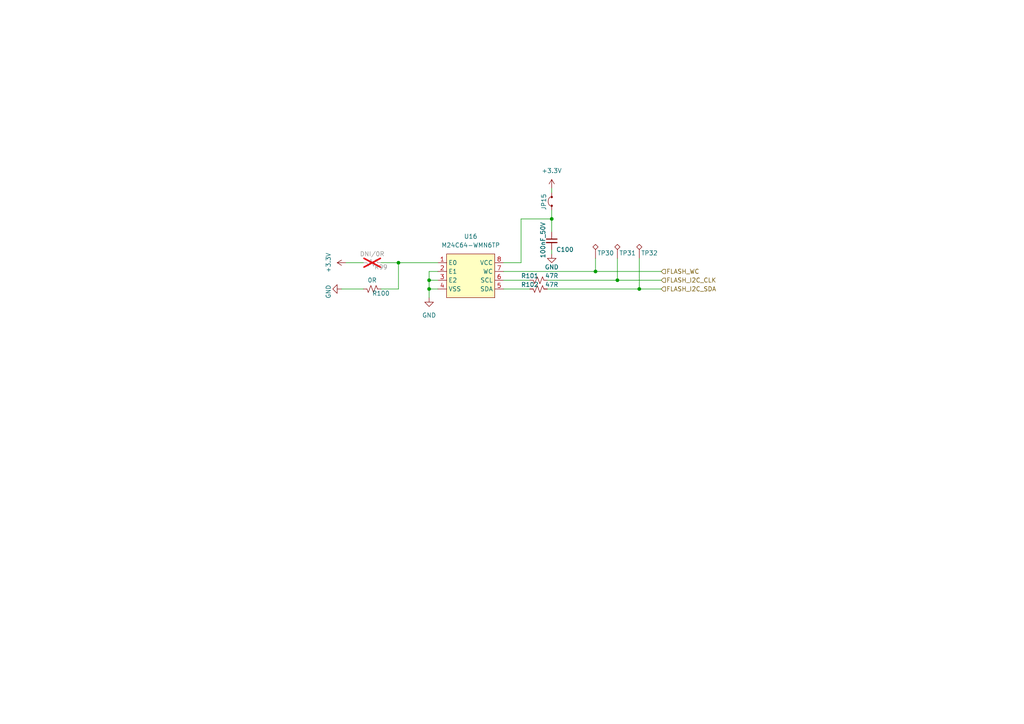
<source format=kicad_sch>
(kicad_sch (version 20231120) (generator "eeschema") (generator_version "8.0")
  (paper "A4")
  (lib_symbols
    (symbol "AKE_Capacitor:Capacitor_UnPolarised" (pin_numbers hide) (pin_names (offset 0.254) hide)
      (property "Reference" "C" (at 0.254 1.778 0))
      (property "Value" "Capacitor_UnPolarised" (at 0 -1.27 0))
      (symbol "Capacitor_UnPolarised_0_1"
        (polyline (pts (xy -1.524 -0.508) (xy 1.524 -0.508)) (stroke (width 0.3302)))
        (polyline (pts (xy -1.524 0.508) (xy 1.524 0.508)) (stroke (width 0.3048)))
      )
      (symbol "Capacitor_UnPolarised_1_1"
        (pin passive line (at 0 2.54 270) (length 2.032) (name "~") (number "1"))
        (pin passive line (at 0 -2.54 90) (length 2.032) (name "~") (number "2"))
      )
    )
    (symbol "AKE_Device:Jumper_Pinheader" (pin_names (offset 0) hide)
      (property "Reference" "JP" (at 0 2.794 0))
      (symbol "Jumper_Pinheader_0_1"
        (arc (start 1.27 0.508) (mid 0 1.0341) (end -1.27 0.508))
      )
      (symbol "Jumper_Pinheader_1_0"
        (circle (center -1.27 0) (radius 0.254) (fill (type outline)))
        (circle (center 1.27 0) (radius 0.254) (fill (type outline)))
      )
      (symbol "Jumper_Pinheader_1_1"
        (pin passive line (at -2.54 0 0) (length 1.27) (name "A") (number "1"))
        (pin passive line (at 2.54 0 180) (length 1.27) (name "B") (number "2"))
      )
    )
    (symbol "AKE_Device:Test_Point" (pin_numbers hide) (pin_names (offset 0.762) hide)
      (property "Reference" "TP" (at 0 6.858 0))
      (property "Value" "Test_Point" (at 0 5.08 0))
      (symbol "Test_Point_0_1"
        (polyline (pts (xy 0 2.54) (xy -0.762 3.302) (xy 0 4.064) (xy 0.762 3.302) (xy 0 2.54)))
      )
      (symbol "Test_Point_1_1"
        (pin passive line (at 0 0 90) (length 2.54) (name "1") (number "1"))
      )
    )
    (symbol "AKE_IC:M24C64-WMN6TP"
      (property "Reference" "U" (at 3.81 16.51 0))
      (property "Value" "M24C64-WMN6TP" (at 10.16 13.97 0))
      (symbol "M24C64-WMN6TP_0_1"
        (rectangle (start 2.54 12.7) (end 16.51 0) (fill (type background)))
      )
      (symbol "M24C64-WMN6TP_1_1"
        (pin input line (at 0 10.16 0) (length 2.54) (name "E0") (number "1"))
        (pin input line (at 0 7.62 0) (length 2.54) (name "E1") (number "2"))
        (pin input line (at 0 5.08 0) (length 2.54) (name "E2") (number "3"))
        (pin input line (at 0 2.54 0) (length 2.54) (name "VSS") (number "4"))
        (pin input line (at 19.05 2.54 180) (length 2.54) (name "SDA") (number "5"))
        (pin input line (at 19.05 5.08 180) (length 2.54) (name "SCL") (number "6"))
        (pin input line (at 19.05 7.62 180) (length 2.54) (name "WC") (number "7"))
        (pin input line (at 19.05 10.16 180) (length 2.54) (name "VCC") (number "8"))
      )
    )
    (symbol "AKE_Power:+3.3V" (power) (pin_names (offset 0))
      (property "Value" "+3.3V" (at 0 3.556 0))
      (symbol "+3.3V_0_1"
        (polyline (pts (xy -0.762 1.27) (xy 0 2.54)))
        (polyline (pts (xy 0 0) (xy 0 2.54)))
        (polyline (pts (xy 0 2.54) (xy 0.762 1.27)))
      )
      (symbol "+3.3V_1_1"
        (pin power_in line (at 0 0 90) (length 0) hide (name "+3.3V") (number "1"))
      )
    )
    (symbol "AKE_Power:GND" (power) (pin_names (offset 0))
      (property "Value" "GND" (at 0 -3.81 0))
      (symbol "GND_0_1"
        (polyline (pts (xy 0 0) (xy 0 -1.27) (xy 1.27 -1.27) (xy 0 -2.54) (xy -1.27 -1.27) (xy 0 -1.27)))
      )
      (symbol "GND_1_1"
        (pin power_in line (at 0 0 270) (length 0) hide (name "GND") (number "1"))
      )
    )
    (symbol "AKE_Resistor:Resistor_US" (pin_numbers hide) (pin_names (offset 0.254) hide)
      (property "Reference" "R" (at 0.762 0.508 0))
      (property "Value" "Resistor_US" (at 0.762 -1.016 0))
      (symbol "Resistor_US_1_1"
        (polyline (pts (xy 0 0) (xy 1.016 -0.381) (xy 0 -0.762) (xy -1.016 -1.143) (xy 0 -1.524)))
        (polyline (pts (xy 0 1.524) (xy 1.016 1.143) (xy 0 0.762) (xy -1.016 0.381) (xy 0 0)))
        (pin passive line (at 0 2.54 270) (length 1.016) (name "~") (number "1"))
        (pin passive line (at 0 -2.54 90) (length 1.016) (name "~") (number "2"))
      )
    )
  )
  (junction (at 185.42 83.82))
  (junction (at 179.07 81.28))
  (junction (at 160.02 63.5))
  (junction (at 115.57 76.2))
  (junction (at 172.72 78.74))
  (junction (at 124.46 83.82))
  (junction (at 124.46 81.28))
  (wire (pts (xy 158.75 81.28) (xy 179.07 81.28)))
  (wire (pts (xy 185.42 83.82) (xy 191.77 83.82)))
  (wire (pts (xy 146.05 83.82) (xy 153.67 83.82)))
  (wire (pts (xy 158.75 83.82) (xy 185.42 83.82)))
  (wire (pts (xy 160.02 63.5) (xy 151.13 63.5)))
  (wire (pts (xy 151.13 63.5) (xy 151.13 76.2)))
  (wire (pts (xy 146.05 81.28) (xy 153.67 81.28)))
  (wire (pts (xy 124.46 78.74) (xy 127 78.74)))
  (wire (pts (xy 172.72 78.74) (xy 191.77 78.74)))
  (wire (pts (xy 185.42 74.93) (xy 185.42 83.82)))
  (wire (pts (xy 124.46 83.82) (xy 124.46 81.28)))
  (wire (pts (xy 151.13 76.2) (xy 146.05 76.2)))
  (wire (pts (xy 160.02 63.5) (xy 160.02 67.31)))
  (wire (pts (xy 146.05 78.74) (xy 172.72 78.74)))
  (wire (pts (xy 160.02 54.61) (xy 160.02 55.88)))
  (wire (pts (xy 124.46 81.28) (xy 124.46 78.74)))
  (wire (pts (xy 124.46 83.82) (xy 127 83.82)))
  (wire (pts (xy 179.07 74.93) (xy 179.07 81.28)))
  (wire (pts (xy 160.02 72.39) (xy 160.02 73.66)))
  (wire (pts (xy 115.57 83.82) (xy 115.57 76.2)))
  (wire (pts (xy 124.46 81.28) (xy 127 81.28)))
  (wire (pts (xy 99.06 83.82) (xy 105.41 83.82)))
  (wire (pts (xy 160.02 60.96) (xy 160.02 63.5)))
  (wire (pts (xy 110.49 83.82) (xy 115.57 83.82)))
  (wire (pts (xy 124.46 86.36) (xy 124.46 83.82)))
  (wire (pts (xy 115.57 76.2) (xy 127 76.2)))
  (wire (pts (xy 172.72 74.93) (xy 172.72 78.74)))
  (wire (pts (xy 100.33 76.2) (xy 105.41 76.2)))
  (wire (pts (xy 179.07 81.28) (xy 191.77 81.28)))
  (wire (pts (xy 110.49 76.2) (xy 115.57 76.2)))
  (hierarchical_label "FLASH_WC" (shape input) (at 191.77 78.74 0))
  (hierarchical_label "FLASH_I2C_SDA" (shape input) (at 191.77 83.82 0))
  (hierarchical_label "FLASH_I2C_CLK" (shape input) (at 191.77 81.28 0))
  (symbol (lib_id "AKE_Resistor:Resistor_US") (at 156.21 81.28 270) (mirror x) (unit 1)
    (property "Reference" "R101" (at 153.67 80.01 90))
    (property "Value" "47R" (at 160.02 80.01 90))
    (property "Footprint" "AKE_Resistor_SMD:RES_0603" (effects (hide yes)))
    (property "MFG P/N" "*" (effects (hide yes)))
  )
  (symbol (lib_id "AKE_Power:+3.3V") (at 160.02 54.61 0) (mirror y) (unit 1)
    (property "Reference" "#PWR0147" (effects (hide yes)))
    (property "Value" "+3.3V" (at 160.02 49.53 0))
  )
  (symbol (lib_id "AKE_Power:+3.3V") (at 100.33 76.2 90) (mirror x) (unit 1)
    (property "Reference" "#PWR0145" (effects (hide yes)))
    (property "Value" "+3.3V" (at 95.25 76.2 0))
  )
  (symbol (lib_id "AKE_Power:GND") (at 99.06 83.82 270) (unit 1)
    (property "Reference" "#PWR0144" (effects (hide yes)))
    (property "Value" "GND" (at 95.25 82.55 0) (effects (justify left)))
  )
  (symbol (lib_id "AKE_Power:GND") (at 160.02 73.66 0) (unit 1)
    (property "Reference" "#PWR0148" (effects (hide yes)))
    (property "Value" "GND" (at 160.02 77.47 0))
  )
  (symbol (lib_id "AKE_Resistor:Resistor_US") (at 156.21 83.82 270) (mirror x) (unit 1)
    (property "Reference" "R102" (at 153.67 82.55 90))
    (property "Value" "47R" (at 160.02 82.55 90))
    (property "Footprint" "AKE_Resistor_SMD:RES_0603" (effects (hide yes)))
    (property "MFG P/N" "*" (effects (hide yes)))
  )
  (symbol (lib_id "AKE_Device:Test_Point") (at 172.72 74.93 0) (unit 1)
    (property "Reference" "TP30" (at 173.228 73.406 0) (effects (justify left)))
    (property "Value" "Test_Point" (effects (hide yes)))
    (property "Footprint" "AKE_PCB:TEST_POINT" (effects (hide yes)))
    (property "Description" "test point (alternative shape)" (effects (hide yes)))
  )
  (symbol (lib_id "AKE_Device:Test_Point") (at 179.07 74.93 0) (unit 1)
    (property "Reference" "TP31" (at 179.578 73.406 0) (effects (justify left)))
    (property "Value" "Test_Point" (effects (hide yes)))
    (property "Footprint" "AKE_PCB:TEST_POINT" (effects (hide yes)))
    (property "Description" "test point (alternative shape)" (effects (hide yes)))
  )
  (symbol (lib_id "AKE_Resistor:Resistor_US") (at 107.95 76.2 270) (mirror x) (unit 1) (dnp yes)
    (property "Reference" "R99" (at 110.49 77.47 90))
    (property "Value" "DNI/0R" (at 107.95 73.66 90))
    (property "Footprint" "AKE_Resistor_SMD:RES_0603" (effects (hide yes)))
    (property "MFG P/N" "*" (effects (hide yes)))
  )
  (symbol (lib_id "AKE_IC:M24C64-WMN6TP") (at 127 86.36 0) (unit 1)
    (property "Reference" "U16" (at 136.525 68.58 0))
    (property "Value" "M24C64-WMN6TP" (at 136.525 71.12 0))
    (property "Footprint" "AKE_IC_SMD:SOIC-8_3.9x4.9mm_P1.27mm" (effects (hide yes)))
    (property "Datasheet" "https://cdn.ozdisan.com/ETicaret_Dosya/507629_1484858.PDF" (effects (hide yes)))
    (property "MFG P/N" "M24C64-WMN6TP" (effects (hide yes)))
  )
  (symbol (lib_id "AKE_Device:Jumper_Pinheader") (at 160.02 58.42 90) (unit 1)
    (property "Reference" "JP15" (at 157.734 56.134 0) (effects (justify right)))
    (property "Value" "Jumper_Pinheader" (effects (hide yes)))
    (property "Footprint" "AKE_Pinheader_TH:PinHeader_1x02_P2.54mm_Vertical" (effects (hide yes)))
    (property "Description" "Jumper, 2-pole, open" (effects (hide yes)))
    (property "MFG P/N" "*" (effects (hide yes)))
  )
  (symbol (lib_id "AKE_Resistor:Resistor_US") (at 107.95 83.82 270) (mirror x) (unit 1)
    (property "Reference" "R100" (at 110.49 85.09 90))
    (property "Value" "0R" (at 107.95 81.28 90))
    (property "Footprint" "AKE_Resistor_SMD:RES_0603" (effects (hide yes)))
    (property "MFG P/N" "*" (effects (hide yes)))
  )
  (symbol (lib_id "AKE_Capacitor:Capacitor_UnPolarised") (at 160.02 69.85 0) (unit 1)
    (property "Reference" "C100" (at 161.29 72.39 0) (effects (justify left)))
    (property "Value" "100nF_50V" (at 157.48 74.93 90) (effects (justify left)))
    (property "Footprint" "AKE_Capacitor_SMD:CAP_0603" (effects (hide yes)))
    (property "MFG P/N" "*" (effects (hide yes)))
  )
  (symbol (lib_id "AKE_Device:Test_Point") (at 185.42 74.93 0) (unit 1)
    (property "Reference" "TP32" (at 185.928 73.406 0) (effects (justify left)))
    (property "Value" "Test_Point" (effects (hide yes)))
    (property "Footprint" "AKE_PCB:TEST_POINT" (effects (hide yes)))
    (property "Description" "test point (alternative shape)" (effects (hide yes)))
  )
  (symbol (lib_id "AKE_Power:GND") (at 124.46 86.36 0) (unit 1)
    (property "Reference" "#PWR0146" (effects (hide yes)))
    (property "Value" "GND" (at 124.46 91.44 0))
  )
)
</source>
